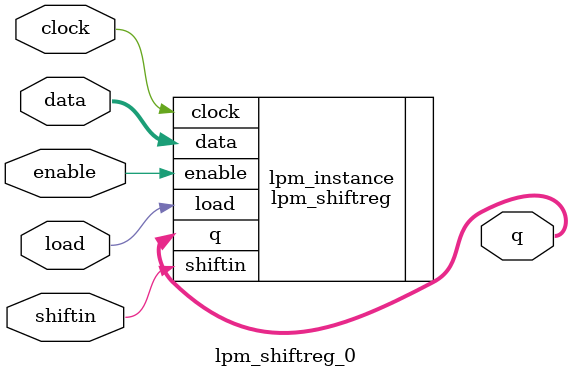
<source format=v>



module lpm_shiftreg_0(shiftin,enable,clock,load,data,q);
input shiftin;
input enable;
input clock;
input load;
input [15:0] data;
output [15:0] q;

lpm_shiftreg	lpm_instance(.shiftin(shiftin),.enable(enable),.clock(clock),.load(load),.data(data),.q(q));
	defparam	lpm_instance.LPM_DIRECTION = "RIGHT";
	defparam	lpm_instance.LPM_WIDTH = 16;

endmodule

</source>
